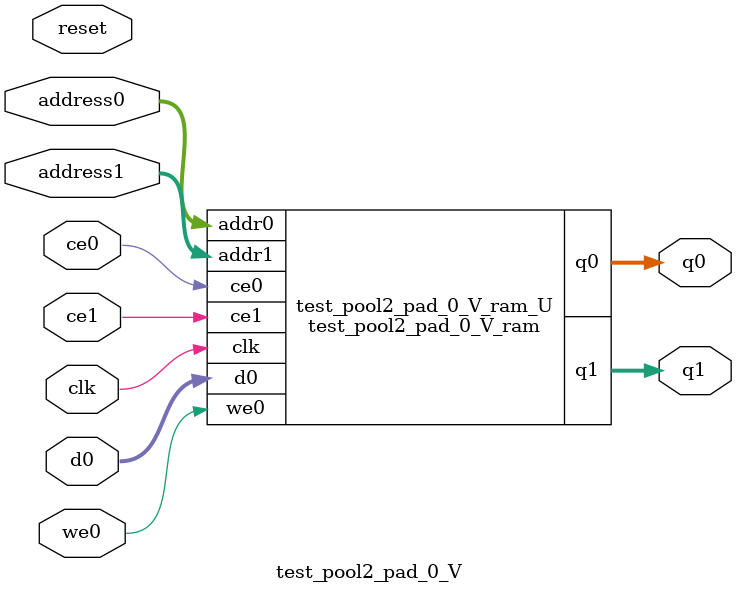
<source format=v>
`timescale 1 ns / 1 ps
module test_pool2_pad_0_V_ram (addr0, ce0, d0, we0, q0, addr1, ce1, q1,  clk);

parameter DWIDTH = 4;
parameter AWIDTH = 19;
parameter MEM_SIZE = 409600;

input[AWIDTH-1:0] addr0;
input ce0;
input[DWIDTH-1:0] d0;
input we0;
output reg[DWIDTH-1:0] q0;
input[AWIDTH-1:0] addr1;
input ce1;
output reg[DWIDTH-1:0] q1;
input clk;

(* ram_style = "block" *)reg [DWIDTH-1:0] ram[0:MEM_SIZE-1];




always @(posedge clk)  
begin 
    if (ce0) begin
        if (we0) 
            ram[addr0] <= d0; 
        q0 <= ram[addr0];
    end
end


always @(posedge clk)  
begin 
    if (ce1) begin
        q1 <= ram[addr1];
    end
end


endmodule

`timescale 1 ns / 1 ps
module test_pool2_pad_0_V(
    reset,
    clk,
    address0,
    ce0,
    we0,
    d0,
    q0,
    address1,
    ce1,
    q1);

parameter DataWidth = 32'd4;
parameter AddressRange = 32'd409600;
parameter AddressWidth = 32'd19;
input reset;
input clk;
input[AddressWidth - 1:0] address0;
input ce0;
input we0;
input[DataWidth - 1:0] d0;
output[DataWidth - 1:0] q0;
input[AddressWidth - 1:0] address1;
input ce1;
output[DataWidth - 1:0] q1;



test_pool2_pad_0_V_ram test_pool2_pad_0_V_ram_U(
    .clk( clk ),
    .addr0( address0 ),
    .ce0( ce0 ),
    .we0( we0 ),
    .d0( d0 ),
    .q0( q0 ),
    .addr1( address1 ),
    .ce1( ce1 ),
    .q1( q1 ));

endmodule


</source>
